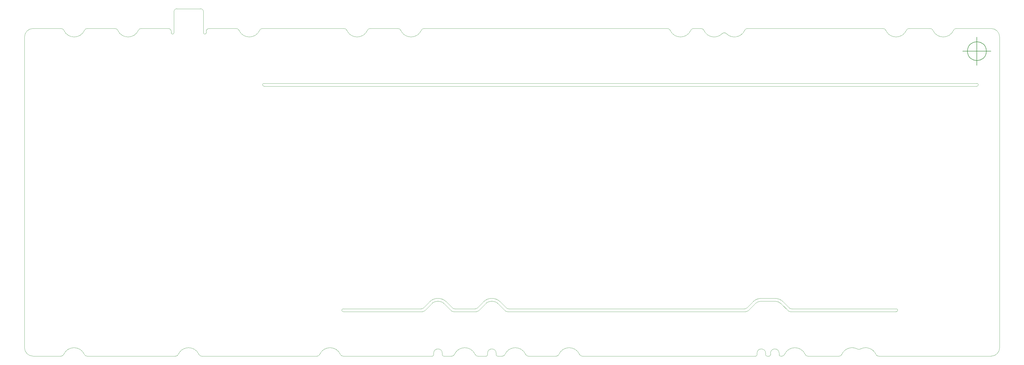
<source format=gbr>
%TF.GenerationSoftware,KiCad,Pcbnew,(6.0.0-0)*%
%TF.CreationDate,2022-01-01T21:21:09+01:00*%
%TF.ProjectId,athena,61746865-6e61-42e6-9b69-6361645f7063,V1.0.6*%
%TF.SameCoordinates,PX15cf7a1dPY4fa0663*%
%TF.FileFunction,Profile,NP*%
%FSLAX46Y46*%
G04 Gerber Fmt 4.6, Leading zero omitted, Abs format (unit mm)*
G04 Created by KiCad (PCBNEW (6.0.0-0)) date 2022-01-01 21:21:09*
%MOMM*%
%LPD*%
G01*
G04 APERTURE LIST*
%TA.AperFunction,Profile*%
%ADD10C,0.100000*%
%TD*%
%TA.AperFunction,Profile*%
%ADD11C,0.200000*%
%TD*%
G04 APERTURE END LIST*
D10*
X296005250Y-190491999D02*
G75*
G03*
X292957250Y-190491999I-1524000J0D01*
G01*
X188559811Y-190932001D02*
G75*
G03*
X181227687Y-190931997I-3666063J-1601661D01*
G01*
X140934811Y-190932001D02*
G75*
G03*
X141851322Y-191532001I916704J400288D01*
G01*
X82113249Y-69469996D02*
X82113252Y-76969500D01*
X176942750Y-190491999D02*
X176942750Y-191031999D01*
X195992750Y-191031999D02*
G75*
G03*
X196492749Y-191531998I499998J-1D01*
G01*
X323720623Y-189016421D02*
G75*
G03*
X318150169Y-190932264I-1904374J-3519067D01*
G01*
X299628052Y-174459104D02*
G75*
G03*
X300335157Y-174751997I707109J707112D01*
G01*
X29281249Y-188531999D02*
G75*
G03*
X32281249Y-191531999I3000001J1D01*
G01*
X289718749Y-171052000D02*
G75*
G03*
X286748901Y-172282151I1J-4200003D01*
G01*
X217220552Y-191531998D02*
G75*
G03*
X218137063Y-190931998I-193J1000288D01*
G01*
X288194750Y-190491999D02*
X288194750Y-191031999D01*
X305241060Y-190932000D02*
G75*
G03*
X297908936Y-190931996I-3666063J-1601661D01*
G01*
X176942750Y-191031999D02*
G75*
G03*
X177442749Y-191531998I499998J-1D01*
G01*
X151426824Y-75469999D02*
X161311672Y-75469998D01*
X195992750Y-190491999D02*
G75*
G03*
X192944750Y-190491999I-1524000J0D01*
G01*
X370943749Y-191532499D02*
G75*
G03*
X373943749Y-188532499I-1J3000001D01*
G01*
X283864838Y-174751999D02*
X200322658Y-174751997D01*
X299628052Y-174459104D02*
X297451097Y-172282150D01*
X291242750Y-191031999D02*
G75*
G03*
X291742749Y-191531998I499998J-1D01*
G01*
X132686177Y-191531999D02*
G75*
G03*
X133602688Y-190931999I-193J1000288D01*
G01*
X350346937Y-76069999D02*
G75*
G03*
X357679060Y-76070001I3666062J1601663D01*
G01*
X256561672Y-75469998D02*
X170476824Y-75469999D01*
X206419186Y-190932000D02*
G75*
G03*
X199087062Y-190931996I-3666063J-1601661D01*
G01*
X180311177Y-191531999D02*
G75*
G03*
X181227688Y-190931999I-193J1000288D01*
G01*
X225469186Y-190932000D02*
G75*
G03*
X226385697Y-191532000I916704J400288D01*
G01*
X296743991Y-172989257D02*
G75*
G03*
X294481249Y-172052000I-2262736J-2262734D01*
G01*
X180311176Y-191531999D02*
X177442749Y-191531998D01*
X196731491Y-172989257D02*
G75*
G03*
X192206007Y-172989257I-2262742J-2262743D01*
G01*
X199201338Y-175459104D02*
X196731491Y-172989257D01*
X297451097Y-172282150D02*
G75*
G03*
X294481249Y-171052001I-2969835J-2969825D01*
G01*
X317233050Y-191531998D02*
X306157572Y-191532000D01*
X330243576Y-190932264D02*
G75*
G03*
X324673123Y-189016422I-3666080J-1603226D01*
G01*
X299927213Y-175751999D02*
X337418749Y-175751999D01*
X217220551Y-191531998D02*
X207335698Y-191532000D01*
X29281249Y-188531999D02*
X29281249Y-78469499D01*
X283864838Y-174751999D02*
G75*
G03*
X284571945Y-174459107I0J1000003D01*
G01*
X287694751Y-191531998D02*
X286980249Y-191531998D01*
X188614838Y-174751999D02*
G75*
G03*
X189321945Y-174459107I0J1000003D01*
G01*
X50447311Y-190932001D02*
G75*
G03*
X43115187Y-190931997I-3666063J-1601661D01*
G01*
X284986156Y-175459105D02*
X287456007Y-172989257D01*
X176942750Y-190491999D02*
G75*
G03*
X173894750Y-190491999I-1524000J0D01*
G01*
X269384438Y-76069999D02*
G75*
G03*
X275907999Y-77269051I3666166J1600574D01*
G01*
X177681491Y-172989257D02*
G75*
G03*
X173156007Y-172989257I-2262742J-2262743D01*
G01*
X296992425Y-191531998D02*
X296505249Y-191531998D01*
X373943749Y-79355357D02*
X373943749Y-188532499D01*
X82679927Y-191531999D02*
G75*
G03*
X83596438Y-190931999I-193J1000288D01*
G01*
X358595574Y-75469999D02*
X370943749Y-75469999D01*
X206419186Y-190932000D02*
G75*
G03*
X207335697Y-191532000I916704J400288D01*
G01*
X92513249Y-69469999D02*
X92513246Y-76969503D01*
X300335157Y-174751997D02*
X337418749Y-174751999D01*
X42198676Y-191531999D02*
X32281249Y-191531999D01*
X82679926Y-191531999D02*
X51363823Y-191532001D01*
X170476824Y-75469997D02*
G75*
G03*
X169560309Y-76069996I191J-1000293D01*
G01*
X113918749Y-94900749D02*
G75*
G03*
X113918749Y-95900749I0J-500000D01*
G01*
X370943749Y-191532499D02*
X331160087Y-191532264D01*
X94513245Y-75470000D02*
G75*
G03*
X93513245Y-76469998I-1J-999999D01*
G01*
X199615552Y-174459104D02*
X197438597Y-172282150D01*
X81113252Y-76469997D02*
X81113252Y-76969496D01*
X299213838Y-175459104D02*
G75*
G03*
X299920943Y-175751997I707109J707112D01*
G01*
X277336746Y-77269052D02*
G75*
G03*
X275908000Y-77269052I-714373J-699565D01*
G01*
X333678187Y-76069999D02*
G75*
G03*
X332761675Y-75469999I-916704J-400288D01*
G01*
X170271945Y-174459106D02*
X172448901Y-172282151D01*
X169564838Y-174751999D02*
X141918749Y-174751999D01*
X192444751Y-191531998D02*
G75*
G03*
X192944750Y-191031999I1J499998D01*
G01*
X292957250Y-190491999D02*
X292957250Y-191031999D01*
X284279049Y-175751998D02*
G75*
G03*
X284986156Y-175459106I0J1000003D01*
G01*
X180565552Y-174459104D02*
X178388597Y-172282151D01*
X62215687Y-76071661D02*
G75*
G03*
X61299175Y-75471661I-916704J-400288D01*
G01*
X173394751Y-191531998D02*
G75*
G03*
X173894750Y-191031999I1J499998D01*
G01*
X284571945Y-174459106D02*
X286748901Y-172282151D01*
X192944750Y-190491999D02*
X192944750Y-191031999D01*
X305241060Y-190932000D02*
G75*
G03*
X306157571Y-191532000I916704J400288D01*
G01*
X284776824Y-75469999D02*
X332761672Y-75469999D01*
X365918749Y-95900749D02*
G75*
G03*
X365918749Y-94900749I0J500000D01*
G01*
X257478185Y-76069997D02*
G75*
G03*
X256561672Y-75469998I-916703J-400289D01*
G01*
X83113246Y-68469999D02*
X91513252Y-68470002D01*
X162228185Y-76069997D02*
G75*
G03*
X161311672Y-75469998I-916703J-400289D01*
G01*
X50447311Y-190932001D02*
G75*
G03*
X51363822Y-191532001I916704J400288D01*
G01*
X70464324Y-75471662D02*
X80113253Y-75469997D01*
X195992750Y-190491999D02*
X195992750Y-191031999D01*
X265726824Y-75469997D02*
G75*
G03*
X264810309Y-76069996I191J-1000293D01*
G01*
X373943749Y-78469999D02*
G75*
G03*
X370943749Y-75469999I-3000001J-1D01*
G01*
X169564838Y-174751999D02*
G75*
G03*
X170271945Y-174459107I0J1000003D01*
G01*
X162228187Y-76069998D02*
G75*
G03*
X169560310Y-76070000I3666062J1601663D01*
G01*
X225469186Y-190932000D02*
G75*
G03*
X218137062Y-190931996I-3666063J-1601661D01*
G01*
X365918749Y-94900749D02*
X113918749Y-94900749D01*
X141918749Y-174751999D02*
G75*
G03*
X141918749Y-175751999I0J-500000D01*
G01*
X317233050Y-191531998D02*
G75*
G03*
X318150170Y-190932264I-192J1001395D01*
G01*
X189321945Y-174459106D02*
X191498901Y-172282151D01*
X294481249Y-171052001D02*
X289718749Y-171052000D01*
X296005250Y-191031999D02*
G75*
G03*
X296505249Y-191531998I499998J-1D01*
G01*
X169979049Y-175751998D02*
X141918749Y-175751999D01*
X198170551Y-191531998D02*
X196492749Y-191531998D01*
X358595574Y-75469998D02*
G75*
G03*
X357679059Y-76069997I191J-1000293D01*
G01*
X257478187Y-76069998D02*
G75*
G03*
X264810310Y-76070000I3666062J1601663D01*
G01*
X90928561Y-190932001D02*
G75*
G03*
X83596437Y-190931997I-3666063J-1601661D01*
G01*
X143178187Y-76069998D02*
G75*
G03*
X150510310Y-76070000I3666062J1601663D01*
G01*
X296992426Y-191531998D02*
G75*
G03*
X297908937Y-190931998I-193J1000288D01*
G01*
X189736156Y-175459105D02*
X192206007Y-172989257D01*
X178388597Y-172282151D02*
G75*
G03*
X172448901Y-172282151I-2969848J-2969849D01*
G01*
X197438597Y-172282151D02*
G75*
G03*
X191498901Y-172282151I-2969848J-2969849D01*
G01*
X43165687Y-76071661D02*
G75*
G03*
X50497810Y-76071663I3666062J1601663D01*
G01*
X180151338Y-175459104D02*
G75*
G03*
X180858443Y-175751997I707109J707112D01*
G01*
X90928561Y-190932001D02*
G75*
G03*
X91845072Y-191532001I916704J400288D01*
G01*
X42198677Y-191531999D02*
G75*
G03*
X43115188Y-190931999I-193J1000288D01*
G01*
X113918749Y-95900749D02*
X365918749Y-95900749D01*
X81113250Y-76469996D02*
G75*
G03*
X80113253Y-75469997I-999998J1D01*
G01*
X199615552Y-174459104D02*
G75*
G03*
X200322657Y-174751997I707109J707112D01*
G01*
X169979049Y-175751998D02*
G75*
G03*
X170686156Y-175459106I0J1000003D01*
G01*
X170686156Y-175459105D02*
X173156007Y-172989257D01*
X43165687Y-76071661D02*
G75*
G03*
X42249175Y-75471661I-916704J-400288D01*
G01*
X105078187Y-76071661D02*
G75*
G03*
X104161675Y-75471661I-916704J-400288D01*
G01*
X199201338Y-175459104D02*
G75*
G03*
X199908443Y-175751997I707109J707112D01*
G01*
X143178185Y-76069997D02*
G75*
G03*
X142261672Y-75469998I-916703J-400289D01*
G01*
X337418749Y-175751999D02*
G75*
G03*
X337418749Y-174751999I0J500000D01*
G01*
X180151338Y-175459104D02*
X177681491Y-172989257D01*
X350346937Y-76069999D02*
G75*
G03*
X349430425Y-75469999I-916704J-400288D01*
G01*
X192444751Y-191531998D02*
X189476323Y-191532001D01*
X113326824Y-75471660D02*
G75*
G03*
X112410309Y-76071659I191J-1000293D01*
G01*
X269384437Y-76069998D02*
G75*
G03*
X268467925Y-75469998I-916704J-400288D01*
G01*
X265726823Y-75470000D02*
X268467925Y-75469998D01*
X173394751Y-191531998D02*
X141851323Y-191532001D01*
X188614838Y-174751999D02*
X181272658Y-174751997D01*
X299213838Y-175459104D02*
X296743991Y-172989257D01*
X132686176Y-191531999D02*
X91845073Y-191532001D01*
X291242750Y-190491999D02*
X291242750Y-191031999D01*
X81113252Y-76969496D02*
G75*
G03*
X82113252Y-76969500I500000J-2D01*
G01*
X277336749Y-77269051D02*
G75*
G03*
X283860310Y-76069999I2857395J2799626D01*
G01*
X51414323Y-75471662D02*
G75*
G03*
X50497810Y-76071661I191J-1000290D01*
G01*
X291242750Y-190491999D02*
G75*
G03*
X288194750Y-190491999I-1524000J0D01*
G01*
X189029049Y-175751998D02*
X180858444Y-175751997D01*
X198170552Y-191531998D02*
G75*
G03*
X199087063Y-190931998I-193J1000288D01*
G01*
X292457251Y-191531998D02*
G75*
G03*
X292957250Y-191031999I1J499998D01*
G01*
X296005250Y-190491999D02*
X296005250Y-191031999D01*
X292457251Y-191531998D02*
X291742749Y-191531998D01*
X323720623Y-189016422D02*
G75*
G03*
X324673123Y-189016422I476250J878971D01*
G01*
X105078187Y-76071661D02*
G75*
G03*
X112410310Y-76071663I3666062J1601663D01*
G01*
X341926823Y-75470000D02*
G75*
G03*
X341010310Y-76069999I191J-1000290D01*
G01*
X173894750Y-190491999D02*
X173894750Y-191031999D01*
X373943749Y-78469999D02*
X373943749Y-79355357D01*
X32281249Y-75469499D02*
G75*
G03*
X29281249Y-78469499I1J-3000001D01*
G01*
X92513248Y-69469998D02*
G75*
G03*
X91513252Y-68470002I-999996J0D01*
G01*
X140934811Y-190932001D02*
G75*
G03*
X133602687Y-190931997I-3666063J-1601661D01*
G01*
X287694751Y-191531998D02*
G75*
G03*
X288194750Y-191031999I1J499998D01*
G01*
X341926823Y-75470001D02*
X349430422Y-75469999D01*
X32281249Y-75469499D02*
X42249173Y-75471662D01*
X142261673Y-75469999D02*
X113326824Y-75471662D01*
X62215687Y-76071661D02*
G75*
G03*
X69547810Y-76071663I3666062J1601663D01*
G01*
X284279049Y-175751998D02*
X199908444Y-175751997D01*
X333678187Y-76069999D02*
G75*
G03*
X341010310Y-76070001I3666062J1601663D01*
G01*
X289718749Y-172051999D02*
G75*
G03*
X287456007Y-172989257I-2J-3199997D01*
G01*
X189029049Y-175751998D02*
G75*
G03*
X189736156Y-175459106I0J1000003D01*
G01*
X70464324Y-75471660D02*
G75*
G03*
X69547809Y-76071659I191J-1000293D01*
G01*
X83113245Y-68470000D02*
G75*
G03*
X82113249Y-69469996I0J-999996D01*
G01*
X92513246Y-76969503D02*
G75*
G03*
X93513246Y-76969499I500000J2D01*
G01*
X294481249Y-172052000D02*
X289718749Y-172051999D01*
X188559811Y-190932001D02*
G75*
G03*
X189476322Y-191532001I916704J400288D01*
G01*
X180565552Y-174459104D02*
G75*
G03*
X181272657Y-174751997I707109J707112D01*
G01*
X284776823Y-75469999D02*
G75*
G03*
X283860310Y-76069998I191J-1000290D01*
G01*
X93513246Y-76470000D02*
X93513246Y-76969499D01*
X94513245Y-75470000D02*
X104161672Y-75471661D01*
X286980249Y-191531998D02*
X226385698Y-191532000D01*
X51414324Y-75471662D02*
X61299172Y-75471661D01*
X330243574Y-190932266D02*
G75*
G03*
X331160087Y-191532264I916704J400291D01*
G01*
X151426824Y-75469997D02*
G75*
G03*
X150510309Y-76069996I191J-1000293D01*
G01*
D11*
X369252082Y-83494499D02*
G75*
G03*
X369252082Y-83494499I-3333333J0D01*
G01*
X360918749Y-83494499D02*
X370918749Y-83494499D01*
X365918749Y-78494499D02*
X365918749Y-88494499D01*
M02*

</source>
